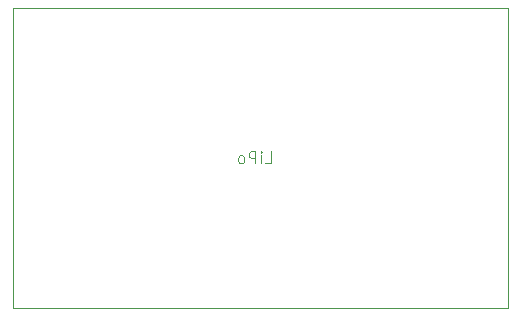
<source format=gbr>
%TF.GenerationSoftware,KiCad,Pcbnew,8.0.4*%
%TF.CreationDate,2024-12-05T13:36:44-08:00*%
%TF.ProjectId,DC33_Cnet_Badge_Main,44433333-5f43-46e6-9574-5f4261646765,rev?*%
%TF.SameCoordinates,Original*%
%TF.FileFunction,Legend,Bot*%
%TF.FilePolarity,Positive*%
%FSLAX46Y46*%
G04 Gerber Fmt 4.6, Leading zero omitted, Abs format (unit mm)*
G04 Created by KiCad (PCBNEW 8.0.4) date 2024-12-05 13:36:44*
%MOMM*%
%LPD*%
G01*
G04 APERTURE LIST*
%ADD10C,0.100000*%
G04 APERTURE END LIST*
D10*
X152880952Y-94957419D02*
X153357142Y-94957419D01*
X153357142Y-94957419D02*
X153357142Y-93957419D01*
X152547618Y-94957419D02*
X152547618Y-94290752D01*
X152547618Y-93957419D02*
X152595237Y-94005038D01*
X152595237Y-94005038D02*
X152547618Y-94052657D01*
X152547618Y-94052657D02*
X152499999Y-94005038D01*
X152499999Y-94005038D02*
X152547618Y-93957419D01*
X152547618Y-93957419D02*
X152547618Y-94052657D01*
X152071428Y-94957419D02*
X152071428Y-93957419D01*
X152071428Y-93957419D02*
X151690476Y-93957419D01*
X151690476Y-93957419D02*
X151595238Y-94005038D01*
X151595238Y-94005038D02*
X151547619Y-94052657D01*
X151547619Y-94052657D02*
X151500000Y-94147895D01*
X151500000Y-94147895D02*
X151500000Y-94290752D01*
X151500000Y-94290752D02*
X151547619Y-94385990D01*
X151547619Y-94385990D02*
X151595238Y-94433609D01*
X151595238Y-94433609D02*
X151690476Y-94481228D01*
X151690476Y-94481228D02*
X152071428Y-94481228D01*
X150928571Y-94957419D02*
X151023809Y-94909800D01*
X151023809Y-94909800D02*
X151071428Y-94862180D01*
X151071428Y-94862180D02*
X151119047Y-94766942D01*
X151119047Y-94766942D02*
X151119047Y-94481228D01*
X151119047Y-94481228D02*
X151071428Y-94385990D01*
X151071428Y-94385990D02*
X151023809Y-94338371D01*
X151023809Y-94338371D02*
X150928571Y-94290752D01*
X150928571Y-94290752D02*
X150785714Y-94290752D01*
X150785714Y-94290752D02*
X150690476Y-94338371D01*
X150690476Y-94338371D02*
X150642857Y-94385990D01*
X150642857Y-94385990D02*
X150595238Y-94481228D01*
X150595238Y-94481228D02*
X150595238Y-94766942D01*
X150595238Y-94766942D02*
X150642857Y-94862180D01*
X150642857Y-94862180D02*
X150690476Y-94909800D01*
X150690476Y-94909800D02*
X150785714Y-94957419D01*
X150785714Y-94957419D02*
X150928571Y-94957419D01*
%TO.C,LiPo*%
X173455000Y-107200000D02*
X131545000Y-107200000D01*
X131545000Y-81800000D01*
X173455000Y-81800000D01*
X173455000Y-107200000D01*
%TD*%
M02*

</source>
